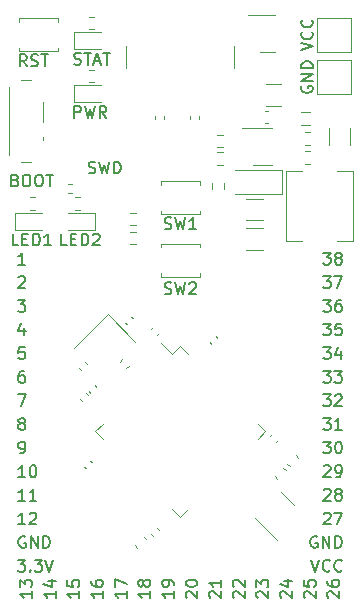
<source format=gbr>
%TF.GenerationSoftware,KiCad,Pcbnew,7.0.2*%
%TF.CreationDate,2023-06-14T20:26:51+10:00*%
%TF.ProjectId,STM32_Simple_Rev1.0,53544d33-325f-4536-996d-706c655f5265,rev?*%
%TF.SameCoordinates,Original*%
%TF.FileFunction,Legend,Top*%
%TF.FilePolarity,Positive*%
%FSLAX46Y46*%
G04 Gerber Fmt 4.6, Leading zero omitted, Abs format (unit mm)*
G04 Created by KiCad (PCBNEW 7.0.2) date 2023-06-14 20:26:51*
%MOMM*%
%LPD*%
G01*
G04 APERTURE LIST*
%ADD10C,0.200000*%
%ADD11C,0.160000*%
%ADD12C,0.120000*%
G04 APERTURE END LIST*
D10*
X186042857Y-81323809D02*
X186185714Y-81371428D01*
X186185714Y-81371428D02*
X186233333Y-81419047D01*
X186233333Y-81419047D02*
X186280952Y-81514285D01*
X186280952Y-81514285D02*
X186280952Y-81657142D01*
X186280952Y-81657142D02*
X186233333Y-81752380D01*
X186233333Y-81752380D02*
X186185714Y-81800000D01*
X186185714Y-81800000D02*
X186090476Y-81847619D01*
X186090476Y-81847619D02*
X185709524Y-81847619D01*
X185709524Y-81847619D02*
X185709524Y-80847619D01*
X185709524Y-80847619D02*
X186042857Y-80847619D01*
X186042857Y-80847619D02*
X186138095Y-80895238D01*
X186138095Y-80895238D02*
X186185714Y-80942857D01*
X186185714Y-80942857D02*
X186233333Y-81038095D01*
X186233333Y-81038095D02*
X186233333Y-81133333D01*
X186233333Y-81133333D02*
X186185714Y-81228571D01*
X186185714Y-81228571D02*
X186138095Y-81276190D01*
X186138095Y-81276190D02*
X186042857Y-81323809D01*
X186042857Y-81323809D02*
X185709524Y-81323809D01*
X186900000Y-80847619D02*
X187090476Y-80847619D01*
X187090476Y-80847619D02*
X187185714Y-80895238D01*
X187185714Y-80895238D02*
X187280952Y-80990476D01*
X187280952Y-80990476D02*
X187328571Y-81180952D01*
X187328571Y-81180952D02*
X187328571Y-81514285D01*
X187328571Y-81514285D02*
X187280952Y-81704761D01*
X187280952Y-81704761D02*
X187185714Y-81800000D01*
X187185714Y-81800000D02*
X187090476Y-81847619D01*
X187090476Y-81847619D02*
X186900000Y-81847619D01*
X186900000Y-81847619D02*
X186804762Y-81800000D01*
X186804762Y-81800000D02*
X186709524Y-81704761D01*
X186709524Y-81704761D02*
X186661905Y-81514285D01*
X186661905Y-81514285D02*
X186661905Y-81180952D01*
X186661905Y-81180952D02*
X186709524Y-80990476D01*
X186709524Y-80990476D02*
X186804762Y-80895238D01*
X186804762Y-80895238D02*
X186900000Y-80847619D01*
X187947619Y-80847619D02*
X188138095Y-80847619D01*
X188138095Y-80847619D02*
X188233333Y-80895238D01*
X188233333Y-80895238D02*
X188328571Y-80990476D01*
X188328571Y-80990476D02*
X188376190Y-81180952D01*
X188376190Y-81180952D02*
X188376190Y-81514285D01*
X188376190Y-81514285D02*
X188328571Y-81704761D01*
X188328571Y-81704761D02*
X188233333Y-81800000D01*
X188233333Y-81800000D02*
X188138095Y-81847619D01*
X188138095Y-81847619D02*
X187947619Y-81847619D01*
X187947619Y-81847619D02*
X187852381Y-81800000D01*
X187852381Y-81800000D02*
X187757143Y-81704761D01*
X187757143Y-81704761D02*
X187709524Y-81514285D01*
X187709524Y-81514285D02*
X187709524Y-81180952D01*
X187709524Y-81180952D02*
X187757143Y-80990476D01*
X187757143Y-80990476D02*
X187852381Y-80895238D01*
X187852381Y-80895238D02*
X187947619Y-80847619D01*
X188661905Y-80847619D02*
X189233333Y-80847619D01*
X188947619Y-81847619D02*
X188947619Y-80847619D01*
D11*
X186266667Y-91462619D02*
X186885714Y-91462619D01*
X186885714Y-91462619D02*
X186552381Y-91843571D01*
X186552381Y-91843571D02*
X186695238Y-91843571D01*
X186695238Y-91843571D02*
X186790476Y-91891190D01*
X186790476Y-91891190D02*
X186838095Y-91938809D01*
X186838095Y-91938809D02*
X186885714Y-92034047D01*
X186885714Y-92034047D02*
X186885714Y-92272142D01*
X186885714Y-92272142D02*
X186838095Y-92367380D01*
X186838095Y-92367380D02*
X186790476Y-92415000D01*
X186790476Y-92415000D02*
X186695238Y-92462619D01*
X186695238Y-92462619D02*
X186409524Y-92462619D01*
X186409524Y-92462619D02*
X186314286Y-92415000D01*
X186314286Y-92415000D02*
X186266667Y-92367380D01*
D10*
X210247619Y-70333332D02*
X211247619Y-69999999D01*
X211247619Y-69999999D02*
X210247619Y-69666666D01*
X211152380Y-68761904D02*
X211200000Y-68809523D01*
X211200000Y-68809523D02*
X211247619Y-68952380D01*
X211247619Y-68952380D02*
X211247619Y-69047618D01*
X211247619Y-69047618D02*
X211200000Y-69190475D01*
X211200000Y-69190475D02*
X211104761Y-69285713D01*
X211104761Y-69285713D02*
X211009523Y-69333332D01*
X211009523Y-69333332D02*
X210819047Y-69380951D01*
X210819047Y-69380951D02*
X210676190Y-69380951D01*
X210676190Y-69380951D02*
X210485714Y-69333332D01*
X210485714Y-69333332D02*
X210390476Y-69285713D01*
X210390476Y-69285713D02*
X210295238Y-69190475D01*
X210295238Y-69190475D02*
X210247619Y-69047618D01*
X210247619Y-69047618D02*
X210247619Y-68952380D01*
X210247619Y-68952380D02*
X210295238Y-68809523D01*
X210295238Y-68809523D02*
X210342857Y-68761904D01*
X211152380Y-67761904D02*
X211200000Y-67809523D01*
X211200000Y-67809523D02*
X211247619Y-67952380D01*
X211247619Y-67952380D02*
X211247619Y-68047618D01*
X211247619Y-68047618D02*
X211200000Y-68190475D01*
X211200000Y-68190475D02*
X211104761Y-68285713D01*
X211104761Y-68285713D02*
X211009523Y-68333332D01*
X211009523Y-68333332D02*
X210819047Y-68380951D01*
X210819047Y-68380951D02*
X210676190Y-68380951D01*
X210676190Y-68380951D02*
X210485714Y-68333332D01*
X210485714Y-68333332D02*
X210390476Y-68285713D01*
X210390476Y-68285713D02*
X210295238Y-68190475D01*
X210295238Y-68190475D02*
X210247619Y-68047618D01*
X210247619Y-68047618D02*
X210247619Y-67952380D01*
X210247619Y-67952380D02*
X210295238Y-67809523D01*
X210295238Y-67809523D02*
X210342857Y-67761904D01*
D11*
X193462619Y-116114285D02*
X193462619Y-116685713D01*
X193462619Y-116399999D02*
X192462619Y-116399999D01*
X192462619Y-116399999D02*
X192605476Y-116495237D01*
X192605476Y-116495237D02*
X192700714Y-116590475D01*
X192700714Y-116590475D02*
X192748333Y-116685713D01*
X192462619Y-115257142D02*
X192462619Y-115447618D01*
X192462619Y-115447618D02*
X192510238Y-115542856D01*
X192510238Y-115542856D02*
X192557857Y-115590475D01*
X192557857Y-115590475D02*
X192700714Y-115685713D01*
X192700714Y-115685713D02*
X192891190Y-115733332D01*
X192891190Y-115733332D02*
X193272142Y-115733332D01*
X193272142Y-115733332D02*
X193367380Y-115685713D01*
X193367380Y-115685713D02*
X193415000Y-115638094D01*
X193415000Y-115638094D02*
X193462619Y-115542856D01*
X193462619Y-115542856D02*
X193462619Y-115352380D01*
X193462619Y-115352380D02*
X193415000Y-115257142D01*
X193415000Y-115257142D02*
X193367380Y-115209523D01*
X193367380Y-115209523D02*
X193272142Y-115161904D01*
X193272142Y-115161904D02*
X193034047Y-115161904D01*
X193034047Y-115161904D02*
X192938809Y-115209523D01*
X192938809Y-115209523D02*
X192891190Y-115257142D01*
X192891190Y-115257142D02*
X192843571Y-115352380D01*
X192843571Y-115352380D02*
X192843571Y-115542856D01*
X192843571Y-115542856D02*
X192891190Y-115638094D01*
X192891190Y-115638094D02*
X192938809Y-115685713D01*
X192938809Y-115685713D02*
X193034047Y-115733332D01*
X186885714Y-106462619D02*
X186314286Y-106462619D01*
X186600000Y-106462619D02*
X186600000Y-105462619D01*
X186600000Y-105462619D02*
X186504762Y-105605476D01*
X186504762Y-105605476D02*
X186409524Y-105700714D01*
X186409524Y-105700714D02*
X186314286Y-105748333D01*
X187504762Y-105462619D02*
X187600000Y-105462619D01*
X187600000Y-105462619D02*
X187695238Y-105510238D01*
X187695238Y-105510238D02*
X187742857Y-105557857D01*
X187742857Y-105557857D02*
X187790476Y-105653095D01*
X187790476Y-105653095D02*
X187838095Y-105843571D01*
X187838095Y-105843571D02*
X187838095Y-106081666D01*
X187838095Y-106081666D02*
X187790476Y-106272142D01*
X187790476Y-106272142D02*
X187742857Y-106367380D01*
X187742857Y-106367380D02*
X187695238Y-106415000D01*
X187695238Y-106415000D02*
X187600000Y-106462619D01*
X187600000Y-106462619D02*
X187504762Y-106462619D01*
X187504762Y-106462619D02*
X187409524Y-106415000D01*
X187409524Y-106415000D02*
X187361905Y-106367380D01*
X187361905Y-106367380D02*
X187314286Y-106272142D01*
X187314286Y-106272142D02*
X187266667Y-106081666D01*
X187266667Y-106081666D02*
X187266667Y-105843571D01*
X187266667Y-105843571D02*
X187314286Y-105653095D01*
X187314286Y-105653095D02*
X187361905Y-105557857D01*
X187361905Y-105557857D02*
X187409524Y-105510238D01*
X187409524Y-105510238D02*
X187504762Y-105462619D01*
X198690476Y-90930000D02*
X198833333Y-90977619D01*
X198833333Y-90977619D02*
X199071428Y-90977619D01*
X199071428Y-90977619D02*
X199166666Y-90930000D01*
X199166666Y-90930000D02*
X199214285Y-90882380D01*
X199214285Y-90882380D02*
X199261904Y-90787142D01*
X199261904Y-90787142D02*
X199261904Y-90691904D01*
X199261904Y-90691904D02*
X199214285Y-90596666D01*
X199214285Y-90596666D02*
X199166666Y-90549047D01*
X199166666Y-90549047D02*
X199071428Y-90501428D01*
X199071428Y-90501428D02*
X198880952Y-90453809D01*
X198880952Y-90453809D02*
X198785714Y-90406190D01*
X198785714Y-90406190D02*
X198738095Y-90358571D01*
X198738095Y-90358571D02*
X198690476Y-90263333D01*
X198690476Y-90263333D02*
X198690476Y-90168095D01*
X198690476Y-90168095D02*
X198738095Y-90072857D01*
X198738095Y-90072857D02*
X198785714Y-90025238D01*
X198785714Y-90025238D02*
X198880952Y-89977619D01*
X198880952Y-89977619D02*
X199119047Y-89977619D01*
X199119047Y-89977619D02*
X199261904Y-90025238D01*
X199595238Y-89977619D02*
X199833333Y-90977619D01*
X199833333Y-90977619D02*
X200023809Y-90263333D01*
X200023809Y-90263333D02*
X200214285Y-90977619D01*
X200214285Y-90977619D02*
X200452381Y-89977619D01*
X200785714Y-90072857D02*
X200833333Y-90025238D01*
X200833333Y-90025238D02*
X200928571Y-89977619D01*
X200928571Y-89977619D02*
X201166666Y-89977619D01*
X201166666Y-89977619D02*
X201261904Y-90025238D01*
X201261904Y-90025238D02*
X201309523Y-90072857D01*
X201309523Y-90072857D02*
X201357142Y-90168095D01*
X201357142Y-90168095D02*
X201357142Y-90263333D01*
X201357142Y-90263333D02*
X201309523Y-90406190D01*
X201309523Y-90406190D02*
X200738095Y-90977619D01*
X200738095Y-90977619D02*
X201357142Y-90977619D01*
X186885714Y-111510238D02*
X186790476Y-111462619D01*
X186790476Y-111462619D02*
X186647619Y-111462619D01*
X186647619Y-111462619D02*
X186504762Y-111510238D01*
X186504762Y-111510238D02*
X186409524Y-111605476D01*
X186409524Y-111605476D02*
X186361905Y-111700714D01*
X186361905Y-111700714D02*
X186314286Y-111891190D01*
X186314286Y-111891190D02*
X186314286Y-112034047D01*
X186314286Y-112034047D02*
X186361905Y-112224523D01*
X186361905Y-112224523D02*
X186409524Y-112319761D01*
X186409524Y-112319761D02*
X186504762Y-112415000D01*
X186504762Y-112415000D02*
X186647619Y-112462619D01*
X186647619Y-112462619D02*
X186742857Y-112462619D01*
X186742857Y-112462619D02*
X186885714Y-112415000D01*
X186885714Y-112415000D02*
X186933333Y-112367380D01*
X186933333Y-112367380D02*
X186933333Y-112034047D01*
X186933333Y-112034047D02*
X186742857Y-112034047D01*
X187361905Y-112462619D02*
X187361905Y-111462619D01*
X187361905Y-111462619D02*
X187933333Y-112462619D01*
X187933333Y-112462619D02*
X187933333Y-111462619D01*
X188409524Y-112462619D02*
X188409524Y-111462619D01*
X188409524Y-111462619D02*
X188647619Y-111462619D01*
X188647619Y-111462619D02*
X188790476Y-111510238D01*
X188790476Y-111510238D02*
X188885714Y-111605476D01*
X188885714Y-111605476D02*
X188933333Y-111700714D01*
X188933333Y-111700714D02*
X188980952Y-111891190D01*
X188980952Y-111891190D02*
X188980952Y-112034047D01*
X188980952Y-112034047D02*
X188933333Y-112224523D01*
X188933333Y-112224523D02*
X188885714Y-112319761D01*
X188885714Y-112319761D02*
X188790476Y-112415000D01*
X188790476Y-112415000D02*
X188647619Y-112462619D01*
X188647619Y-112462619D02*
X188409524Y-112462619D01*
X198690476Y-85430000D02*
X198833333Y-85477619D01*
X198833333Y-85477619D02*
X199071428Y-85477619D01*
X199071428Y-85477619D02*
X199166666Y-85430000D01*
X199166666Y-85430000D02*
X199214285Y-85382380D01*
X199214285Y-85382380D02*
X199261904Y-85287142D01*
X199261904Y-85287142D02*
X199261904Y-85191904D01*
X199261904Y-85191904D02*
X199214285Y-85096666D01*
X199214285Y-85096666D02*
X199166666Y-85049047D01*
X199166666Y-85049047D02*
X199071428Y-85001428D01*
X199071428Y-85001428D02*
X198880952Y-84953809D01*
X198880952Y-84953809D02*
X198785714Y-84906190D01*
X198785714Y-84906190D02*
X198738095Y-84858571D01*
X198738095Y-84858571D02*
X198690476Y-84763333D01*
X198690476Y-84763333D02*
X198690476Y-84668095D01*
X198690476Y-84668095D02*
X198738095Y-84572857D01*
X198738095Y-84572857D02*
X198785714Y-84525238D01*
X198785714Y-84525238D02*
X198880952Y-84477619D01*
X198880952Y-84477619D02*
X199119047Y-84477619D01*
X199119047Y-84477619D02*
X199261904Y-84525238D01*
X199595238Y-84477619D02*
X199833333Y-85477619D01*
X199833333Y-85477619D02*
X200023809Y-84763333D01*
X200023809Y-84763333D02*
X200214285Y-85477619D01*
X200214285Y-85477619D02*
X200452381Y-84477619D01*
X201357142Y-85477619D02*
X200785714Y-85477619D01*
X201071428Y-85477619D02*
X201071428Y-84477619D01*
X201071428Y-84477619D02*
X200976190Y-84620476D01*
X200976190Y-84620476D02*
X200880952Y-84715714D01*
X200880952Y-84715714D02*
X200785714Y-84763333D01*
X212114285Y-89462619D02*
X212733332Y-89462619D01*
X212733332Y-89462619D02*
X212399999Y-89843571D01*
X212399999Y-89843571D02*
X212542856Y-89843571D01*
X212542856Y-89843571D02*
X212638094Y-89891190D01*
X212638094Y-89891190D02*
X212685713Y-89938809D01*
X212685713Y-89938809D02*
X212733332Y-90034047D01*
X212733332Y-90034047D02*
X212733332Y-90272142D01*
X212733332Y-90272142D02*
X212685713Y-90367380D01*
X212685713Y-90367380D02*
X212638094Y-90415000D01*
X212638094Y-90415000D02*
X212542856Y-90462619D01*
X212542856Y-90462619D02*
X212257142Y-90462619D01*
X212257142Y-90462619D02*
X212161904Y-90415000D01*
X212161904Y-90415000D02*
X212114285Y-90367380D01*
X213066666Y-89462619D02*
X213733332Y-89462619D01*
X213733332Y-89462619D02*
X213304761Y-90462619D01*
X212557857Y-116685713D02*
X212510238Y-116638094D01*
X212510238Y-116638094D02*
X212462619Y-116542856D01*
X212462619Y-116542856D02*
X212462619Y-116304761D01*
X212462619Y-116304761D02*
X212510238Y-116209523D01*
X212510238Y-116209523D02*
X212557857Y-116161904D01*
X212557857Y-116161904D02*
X212653095Y-116114285D01*
X212653095Y-116114285D02*
X212748333Y-116114285D01*
X212748333Y-116114285D02*
X212891190Y-116161904D01*
X212891190Y-116161904D02*
X213462619Y-116733332D01*
X213462619Y-116733332D02*
X213462619Y-116114285D01*
X212462619Y-115257142D02*
X212462619Y-115447618D01*
X212462619Y-115447618D02*
X212510238Y-115542856D01*
X212510238Y-115542856D02*
X212557857Y-115590475D01*
X212557857Y-115590475D02*
X212700714Y-115685713D01*
X212700714Y-115685713D02*
X212891190Y-115733332D01*
X212891190Y-115733332D02*
X213272142Y-115733332D01*
X213272142Y-115733332D02*
X213367380Y-115685713D01*
X213367380Y-115685713D02*
X213415000Y-115638094D01*
X213415000Y-115638094D02*
X213462619Y-115542856D01*
X213462619Y-115542856D02*
X213462619Y-115352380D01*
X213462619Y-115352380D02*
X213415000Y-115257142D01*
X213415000Y-115257142D02*
X213367380Y-115209523D01*
X213367380Y-115209523D02*
X213272142Y-115161904D01*
X213272142Y-115161904D02*
X213034047Y-115161904D01*
X213034047Y-115161904D02*
X212938809Y-115209523D01*
X212938809Y-115209523D02*
X212891190Y-115257142D01*
X212891190Y-115257142D02*
X212843571Y-115352380D01*
X212843571Y-115352380D02*
X212843571Y-115542856D01*
X212843571Y-115542856D02*
X212891190Y-115638094D01*
X212891190Y-115638094D02*
X212938809Y-115685713D01*
X212938809Y-115685713D02*
X213034047Y-115733332D01*
X204557857Y-116685713D02*
X204510238Y-116638094D01*
X204510238Y-116638094D02*
X204462619Y-116542856D01*
X204462619Y-116542856D02*
X204462619Y-116304761D01*
X204462619Y-116304761D02*
X204510238Y-116209523D01*
X204510238Y-116209523D02*
X204557857Y-116161904D01*
X204557857Y-116161904D02*
X204653095Y-116114285D01*
X204653095Y-116114285D02*
X204748333Y-116114285D01*
X204748333Y-116114285D02*
X204891190Y-116161904D01*
X204891190Y-116161904D02*
X205462619Y-116733332D01*
X205462619Y-116733332D02*
X205462619Y-116114285D01*
X204557857Y-115733332D02*
X204510238Y-115685713D01*
X204510238Y-115685713D02*
X204462619Y-115590475D01*
X204462619Y-115590475D02*
X204462619Y-115352380D01*
X204462619Y-115352380D02*
X204510238Y-115257142D01*
X204510238Y-115257142D02*
X204557857Y-115209523D01*
X204557857Y-115209523D02*
X204653095Y-115161904D01*
X204653095Y-115161904D02*
X204748333Y-115161904D01*
X204748333Y-115161904D02*
X204891190Y-115209523D01*
X204891190Y-115209523D02*
X205462619Y-115780951D01*
X205462619Y-115780951D02*
X205462619Y-115161904D01*
X186885714Y-88462619D02*
X186314286Y-88462619D01*
X186600000Y-88462619D02*
X186600000Y-87462619D01*
X186600000Y-87462619D02*
X186504762Y-87605476D01*
X186504762Y-87605476D02*
X186409524Y-87700714D01*
X186409524Y-87700714D02*
X186314286Y-87748333D01*
D10*
X187009523Y-71677619D02*
X186676190Y-71201428D01*
X186438095Y-71677619D02*
X186438095Y-70677619D01*
X186438095Y-70677619D02*
X186819047Y-70677619D01*
X186819047Y-70677619D02*
X186914285Y-70725238D01*
X186914285Y-70725238D02*
X186961904Y-70772857D01*
X186961904Y-70772857D02*
X187009523Y-70868095D01*
X187009523Y-70868095D02*
X187009523Y-71010952D01*
X187009523Y-71010952D02*
X186961904Y-71106190D01*
X186961904Y-71106190D02*
X186914285Y-71153809D01*
X186914285Y-71153809D02*
X186819047Y-71201428D01*
X186819047Y-71201428D02*
X186438095Y-71201428D01*
X187390476Y-71630000D02*
X187533333Y-71677619D01*
X187533333Y-71677619D02*
X187771428Y-71677619D01*
X187771428Y-71677619D02*
X187866666Y-71630000D01*
X187866666Y-71630000D02*
X187914285Y-71582380D01*
X187914285Y-71582380D02*
X187961904Y-71487142D01*
X187961904Y-71487142D02*
X187961904Y-71391904D01*
X187961904Y-71391904D02*
X187914285Y-71296666D01*
X187914285Y-71296666D02*
X187866666Y-71249047D01*
X187866666Y-71249047D02*
X187771428Y-71201428D01*
X187771428Y-71201428D02*
X187580952Y-71153809D01*
X187580952Y-71153809D02*
X187485714Y-71106190D01*
X187485714Y-71106190D02*
X187438095Y-71058571D01*
X187438095Y-71058571D02*
X187390476Y-70963333D01*
X187390476Y-70963333D02*
X187390476Y-70868095D01*
X187390476Y-70868095D02*
X187438095Y-70772857D01*
X187438095Y-70772857D02*
X187485714Y-70725238D01*
X187485714Y-70725238D02*
X187580952Y-70677619D01*
X187580952Y-70677619D02*
X187819047Y-70677619D01*
X187819047Y-70677619D02*
X187961904Y-70725238D01*
X188247619Y-70677619D02*
X188819047Y-70677619D01*
X188533333Y-71677619D02*
X188533333Y-70677619D01*
D11*
X208557857Y-116685713D02*
X208510238Y-116638094D01*
X208510238Y-116638094D02*
X208462619Y-116542856D01*
X208462619Y-116542856D02*
X208462619Y-116304761D01*
X208462619Y-116304761D02*
X208510238Y-116209523D01*
X208510238Y-116209523D02*
X208557857Y-116161904D01*
X208557857Y-116161904D02*
X208653095Y-116114285D01*
X208653095Y-116114285D02*
X208748333Y-116114285D01*
X208748333Y-116114285D02*
X208891190Y-116161904D01*
X208891190Y-116161904D02*
X209462619Y-116733332D01*
X209462619Y-116733332D02*
X209462619Y-116114285D01*
X208795952Y-115257142D02*
X209462619Y-115257142D01*
X208415000Y-115495237D02*
X209129285Y-115733332D01*
X209129285Y-115733332D02*
X209129285Y-115114285D01*
X211114285Y-113462619D02*
X211447618Y-114462619D01*
X211447618Y-114462619D02*
X211780951Y-113462619D01*
X212685713Y-114367380D02*
X212638094Y-114415000D01*
X212638094Y-114415000D02*
X212495237Y-114462619D01*
X212495237Y-114462619D02*
X212399999Y-114462619D01*
X212399999Y-114462619D02*
X212257142Y-114415000D01*
X212257142Y-114415000D02*
X212161904Y-114319761D01*
X212161904Y-114319761D02*
X212114285Y-114224523D01*
X212114285Y-114224523D02*
X212066666Y-114034047D01*
X212066666Y-114034047D02*
X212066666Y-113891190D01*
X212066666Y-113891190D02*
X212114285Y-113700714D01*
X212114285Y-113700714D02*
X212161904Y-113605476D01*
X212161904Y-113605476D02*
X212257142Y-113510238D01*
X212257142Y-113510238D02*
X212399999Y-113462619D01*
X212399999Y-113462619D02*
X212495237Y-113462619D01*
X212495237Y-113462619D02*
X212638094Y-113510238D01*
X212638094Y-113510238D02*
X212685713Y-113557857D01*
X213685713Y-114367380D02*
X213638094Y-114415000D01*
X213638094Y-114415000D02*
X213495237Y-114462619D01*
X213495237Y-114462619D02*
X213399999Y-114462619D01*
X213399999Y-114462619D02*
X213257142Y-114415000D01*
X213257142Y-114415000D02*
X213161904Y-114319761D01*
X213161904Y-114319761D02*
X213114285Y-114224523D01*
X213114285Y-114224523D02*
X213066666Y-114034047D01*
X213066666Y-114034047D02*
X213066666Y-113891190D01*
X213066666Y-113891190D02*
X213114285Y-113700714D01*
X213114285Y-113700714D02*
X213161904Y-113605476D01*
X213161904Y-113605476D02*
X213257142Y-113510238D01*
X213257142Y-113510238D02*
X213399999Y-113462619D01*
X213399999Y-113462619D02*
X213495237Y-113462619D01*
X213495237Y-113462619D02*
X213638094Y-113510238D01*
X213638094Y-113510238D02*
X213685713Y-113557857D01*
X187462619Y-116114285D02*
X187462619Y-116685713D01*
X187462619Y-116399999D02*
X186462619Y-116399999D01*
X186462619Y-116399999D02*
X186605476Y-116495237D01*
X186605476Y-116495237D02*
X186700714Y-116590475D01*
X186700714Y-116590475D02*
X186748333Y-116685713D01*
X186462619Y-115780951D02*
X186462619Y-115161904D01*
X186462619Y-115161904D02*
X186843571Y-115495237D01*
X186843571Y-115495237D02*
X186843571Y-115352380D01*
X186843571Y-115352380D02*
X186891190Y-115257142D01*
X186891190Y-115257142D02*
X186938809Y-115209523D01*
X186938809Y-115209523D02*
X187034047Y-115161904D01*
X187034047Y-115161904D02*
X187272142Y-115161904D01*
X187272142Y-115161904D02*
X187367380Y-115209523D01*
X187367380Y-115209523D02*
X187415000Y-115257142D01*
X187415000Y-115257142D02*
X187462619Y-115352380D01*
X187462619Y-115352380D02*
X187462619Y-115638094D01*
X187462619Y-115638094D02*
X187415000Y-115733332D01*
X187415000Y-115733332D02*
X187367380Y-115780951D01*
D10*
X210295238Y-73361904D02*
X210247619Y-73457142D01*
X210247619Y-73457142D02*
X210247619Y-73599999D01*
X210247619Y-73599999D02*
X210295238Y-73742856D01*
X210295238Y-73742856D02*
X210390476Y-73838094D01*
X210390476Y-73838094D02*
X210485714Y-73885713D01*
X210485714Y-73885713D02*
X210676190Y-73933332D01*
X210676190Y-73933332D02*
X210819047Y-73933332D01*
X210819047Y-73933332D02*
X211009523Y-73885713D01*
X211009523Y-73885713D02*
X211104761Y-73838094D01*
X211104761Y-73838094D02*
X211200000Y-73742856D01*
X211200000Y-73742856D02*
X211247619Y-73599999D01*
X211247619Y-73599999D02*
X211247619Y-73504761D01*
X211247619Y-73504761D02*
X211200000Y-73361904D01*
X211200000Y-73361904D02*
X211152380Y-73314285D01*
X211152380Y-73314285D02*
X210819047Y-73314285D01*
X210819047Y-73314285D02*
X210819047Y-73504761D01*
X211247619Y-72885713D02*
X210247619Y-72885713D01*
X210247619Y-72885713D02*
X211247619Y-72314285D01*
X211247619Y-72314285D02*
X210247619Y-72314285D01*
X211247619Y-71838094D02*
X210247619Y-71838094D01*
X210247619Y-71838094D02*
X210247619Y-71599999D01*
X210247619Y-71599999D02*
X210295238Y-71457142D01*
X210295238Y-71457142D02*
X210390476Y-71361904D01*
X210390476Y-71361904D02*
X210485714Y-71314285D01*
X210485714Y-71314285D02*
X210676190Y-71266666D01*
X210676190Y-71266666D02*
X210819047Y-71266666D01*
X210819047Y-71266666D02*
X211009523Y-71314285D01*
X211009523Y-71314285D02*
X211104761Y-71361904D01*
X211104761Y-71361904D02*
X211200000Y-71457142D01*
X211200000Y-71457142D02*
X211247619Y-71599999D01*
X211247619Y-71599999D02*
X211247619Y-71838094D01*
D11*
X211590475Y-111510238D02*
X211495237Y-111462619D01*
X211495237Y-111462619D02*
X211352380Y-111462619D01*
X211352380Y-111462619D02*
X211209523Y-111510238D01*
X211209523Y-111510238D02*
X211114285Y-111605476D01*
X211114285Y-111605476D02*
X211066666Y-111700714D01*
X211066666Y-111700714D02*
X211019047Y-111891190D01*
X211019047Y-111891190D02*
X211019047Y-112034047D01*
X211019047Y-112034047D02*
X211066666Y-112224523D01*
X211066666Y-112224523D02*
X211114285Y-112319761D01*
X211114285Y-112319761D02*
X211209523Y-112415000D01*
X211209523Y-112415000D02*
X211352380Y-112462619D01*
X211352380Y-112462619D02*
X211447618Y-112462619D01*
X211447618Y-112462619D02*
X211590475Y-112415000D01*
X211590475Y-112415000D02*
X211638094Y-112367380D01*
X211638094Y-112367380D02*
X211638094Y-112034047D01*
X211638094Y-112034047D02*
X211447618Y-112034047D01*
X212066666Y-112462619D02*
X212066666Y-111462619D01*
X212066666Y-111462619D02*
X212638094Y-112462619D01*
X212638094Y-112462619D02*
X212638094Y-111462619D01*
X213114285Y-112462619D02*
X213114285Y-111462619D01*
X213114285Y-111462619D02*
X213352380Y-111462619D01*
X213352380Y-111462619D02*
X213495237Y-111510238D01*
X213495237Y-111510238D02*
X213590475Y-111605476D01*
X213590475Y-111605476D02*
X213638094Y-111700714D01*
X213638094Y-111700714D02*
X213685713Y-111891190D01*
X213685713Y-111891190D02*
X213685713Y-112034047D01*
X213685713Y-112034047D02*
X213638094Y-112224523D01*
X213638094Y-112224523D02*
X213590475Y-112319761D01*
X213590475Y-112319761D02*
X213495237Y-112415000D01*
X213495237Y-112415000D02*
X213352380Y-112462619D01*
X213352380Y-112462619D02*
X213114285Y-112462619D01*
X212114285Y-99462619D02*
X212733332Y-99462619D01*
X212733332Y-99462619D02*
X212399999Y-99843571D01*
X212399999Y-99843571D02*
X212542856Y-99843571D01*
X212542856Y-99843571D02*
X212638094Y-99891190D01*
X212638094Y-99891190D02*
X212685713Y-99938809D01*
X212685713Y-99938809D02*
X212733332Y-100034047D01*
X212733332Y-100034047D02*
X212733332Y-100272142D01*
X212733332Y-100272142D02*
X212685713Y-100367380D01*
X212685713Y-100367380D02*
X212638094Y-100415000D01*
X212638094Y-100415000D02*
X212542856Y-100462619D01*
X212542856Y-100462619D02*
X212257142Y-100462619D01*
X212257142Y-100462619D02*
X212161904Y-100415000D01*
X212161904Y-100415000D02*
X212114285Y-100367380D01*
X213114285Y-99557857D02*
X213161904Y-99510238D01*
X213161904Y-99510238D02*
X213257142Y-99462619D01*
X213257142Y-99462619D02*
X213495237Y-99462619D01*
X213495237Y-99462619D02*
X213590475Y-99510238D01*
X213590475Y-99510238D02*
X213638094Y-99557857D01*
X213638094Y-99557857D02*
X213685713Y-99653095D01*
X213685713Y-99653095D02*
X213685713Y-99748333D01*
X213685713Y-99748333D02*
X213638094Y-99891190D01*
X213638094Y-99891190D02*
X213066666Y-100462619D01*
X213066666Y-100462619D02*
X213685713Y-100462619D01*
X186885714Y-110462619D02*
X186314286Y-110462619D01*
X186600000Y-110462619D02*
X186600000Y-109462619D01*
X186600000Y-109462619D02*
X186504762Y-109605476D01*
X186504762Y-109605476D02*
X186409524Y-109700714D01*
X186409524Y-109700714D02*
X186314286Y-109748333D01*
X187266667Y-109557857D02*
X187314286Y-109510238D01*
X187314286Y-109510238D02*
X187409524Y-109462619D01*
X187409524Y-109462619D02*
X187647619Y-109462619D01*
X187647619Y-109462619D02*
X187742857Y-109510238D01*
X187742857Y-109510238D02*
X187790476Y-109557857D01*
X187790476Y-109557857D02*
X187838095Y-109653095D01*
X187838095Y-109653095D02*
X187838095Y-109748333D01*
X187838095Y-109748333D02*
X187790476Y-109891190D01*
X187790476Y-109891190D02*
X187219048Y-110462619D01*
X187219048Y-110462619D02*
X187838095Y-110462619D01*
X186409524Y-104462619D02*
X186600000Y-104462619D01*
X186600000Y-104462619D02*
X186695238Y-104415000D01*
X186695238Y-104415000D02*
X186742857Y-104367380D01*
X186742857Y-104367380D02*
X186838095Y-104224523D01*
X186838095Y-104224523D02*
X186885714Y-104034047D01*
X186885714Y-104034047D02*
X186885714Y-103653095D01*
X186885714Y-103653095D02*
X186838095Y-103557857D01*
X186838095Y-103557857D02*
X186790476Y-103510238D01*
X186790476Y-103510238D02*
X186695238Y-103462619D01*
X186695238Y-103462619D02*
X186504762Y-103462619D01*
X186504762Y-103462619D02*
X186409524Y-103510238D01*
X186409524Y-103510238D02*
X186361905Y-103557857D01*
X186361905Y-103557857D02*
X186314286Y-103653095D01*
X186314286Y-103653095D02*
X186314286Y-103891190D01*
X186314286Y-103891190D02*
X186361905Y-103986428D01*
X186361905Y-103986428D02*
X186409524Y-104034047D01*
X186409524Y-104034047D02*
X186504762Y-104081666D01*
X186504762Y-104081666D02*
X186695238Y-104081666D01*
X186695238Y-104081666D02*
X186790476Y-104034047D01*
X186790476Y-104034047D02*
X186838095Y-103986428D01*
X186838095Y-103986428D02*
X186885714Y-103891190D01*
X212114285Y-95462619D02*
X212733332Y-95462619D01*
X212733332Y-95462619D02*
X212399999Y-95843571D01*
X212399999Y-95843571D02*
X212542856Y-95843571D01*
X212542856Y-95843571D02*
X212638094Y-95891190D01*
X212638094Y-95891190D02*
X212685713Y-95938809D01*
X212685713Y-95938809D02*
X212733332Y-96034047D01*
X212733332Y-96034047D02*
X212733332Y-96272142D01*
X212733332Y-96272142D02*
X212685713Y-96367380D01*
X212685713Y-96367380D02*
X212638094Y-96415000D01*
X212638094Y-96415000D02*
X212542856Y-96462619D01*
X212542856Y-96462619D02*
X212257142Y-96462619D01*
X212257142Y-96462619D02*
X212161904Y-96415000D01*
X212161904Y-96415000D02*
X212114285Y-96367380D01*
X213590475Y-95795952D02*
X213590475Y-96462619D01*
X213352380Y-95415000D02*
X213114285Y-96129285D01*
X213114285Y-96129285D02*
X213733332Y-96129285D01*
D10*
X192242857Y-80700000D02*
X192385714Y-80747619D01*
X192385714Y-80747619D02*
X192623809Y-80747619D01*
X192623809Y-80747619D02*
X192719047Y-80700000D01*
X192719047Y-80700000D02*
X192766666Y-80652380D01*
X192766666Y-80652380D02*
X192814285Y-80557142D01*
X192814285Y-80557142D02*
X192814285Y-80461904D01*
X192814285Y-80461904D02*
X192766666Y-80366666D01*
X192766666Y-80366666D02*
X192719047Y-80319047D01*
X192719047Y-80319047D02*
X192623809Y-80271428D01*
X192623809Y-80271428D02*
X192433333Y-80223809D01*
X192433333Y-80223809D02*
X192338095Y-80176190D01*
X192338095Y-80176190D02*
X192290476Y-80128571D01*
X192290476Y-80128571D02*
X192242857Y-80033333D01*
X192242857Y-80033333D02*
X192242857Y-79938095D01*
X192242857Y-79938095D02*
X192290476Y-79842857D01*
X192290476Y-79842857D02*
X192338095Y-79795238D01*
X192338095Y-79795238D02*
X192433333Y-79747619D01*
X192433333Y-79747619D02*
X192671428Y-79747619D01*
X192671428Y-79747619D02*
X192814285Y-79795238D01*
X193147619Y-79747619D02*
X193385714Y-80747619D01*
X193385714Y-80747619D02*
X193576190Y-80033333D01*
X193576190Y-80033333D02*
X193766666Y-80747619D01*
X193766666Y-80747619D02*
X194004762Y-79747619D01*
X194385714Y-80747619D02*
X194385714Y-79747619D01*
X194385714Y-79747619D02*
X194623809Y-79747619D01*
X194623809Y-79747619D02*
X194766666Y-79795238D01*
X194766666Y-79795238D02*
X194861904Y-79890476D01*
X194861904Y-79890476D02*
X194909523Y-79985714D01*
X194909523Y-79985714D02*
X194957142Y-80176190D01*
X194957142Y-80176190D02*
X194957142Y-80319047D01*
X194957142Y-80319047D02*
X194909523Y-80509523D01*
X194909523Y-80509523D02*
X194861904Y-80604761D01*
X194861904Y-80604761D02*
X194766666Y-80700000D01*
X194766666Y-80700000D02*
X194623809Y-80747619D01*
X194623809Y-80747619D02*
X194385714Y-80747619D01*
X190414285Y-86847619D02*
X189938095Y-86847619D01*
X189938095Y-86847619D02*
X189938095Y-85847619D01*
X190747619Y-86323809D02*
X191080952Y-86323809D01*
X191223809Y-86847619D02*
X190747619Y-86847619D01*
X190747619Y-86847619D02*
X190747619Y-85847619D01*
X190747619Y-85847619D02*
X191223809Y-85847619D01*
X191652381Y-86847619D02*
X191652381Y-85847619D01*
X191652381Y-85847619D02*
X191890476Y-85847619D01*
X191890476Y-85847619D02*
X192033333Y-85895238D01*
X192033333Y-85895238D02*
X192128571Y-85990476D01*
X192128571Y-85990476D02*
X192176190Y-86085714D01*
X192176190Y-86085714D02*
X192223809Y-86276190D01*
X192223809Y-86276190D02*
X192223809Y-86419047D01*
X192223809Y-86419047D02*
X192176190Y-86609523D01*
X192176190Y-86609523D02*
X192128571Y-86704761D01*
X192128571Y-86704761D02*
X192033333Y-86800000D01*
X192033333Y-86800000D02*
X191890476Y-86847619D01*
X191890476Y-86847619D02*
X191652381Y-86847619D01*
X192604762Y-85942857D02*
X192652381Y-85895238D01*
X192652381Y-85895238D02*
X192747619Y-85847619D01*
X192747619Y-85847619D02*
X192985714Y-85847619D01*
X192985714Y-85847619D02*
X193080952Y-85895238D01*
X193080952Y-85895238D02*
X193128571Y-85942857D01*
X193128571Y-85942857D02*
X193176190Y-86038095D01*
X193176190Y-86038095D02*
X193176190Y-86133333D01*
X193176190Y-86133333D02*
X193128571Y-86276190D01*
X193128571Y-86276190D02*
X192557143Y-86847619D01*
X192557143Y-86847619D02*
X193176190Y-86847619D01*
D11*
X191462619Y-116114285D02*
X191462619Y-116685713D01*
X191462619Y-116399999D02*
X190462619Y-116399999D01*
X190462619Y-116399999D02*
X190605476Y-116495237D01*
X190605476Y-116495237D02*
X190700714Y-116590475D01*
X190700714Y-116590475D02*
X190748333Y-116685713D01*
X190462619Y-115209523D02*
X190462619Y-115685713D01*
X190462619Y-115685713D02*
X190938809Y-115733332D01*
X190938809Y-115733332D02*
X190891190Y-115685713D01*
X190891190Y-115685713D02*
X190843571Y-115590475D01*
X190843571Y-115590475D02*
X190843571Y-115352380D01*
X190843571Y-115352380D02*
X190891190Y-115257142D01*
X190891190Y-115257142D02*
X190938809Y-115209523D01*
X190938809Y-115209523D02*
X191034047Y-115161904D01*
X191034047Y-115161904D02*
X191272142Y-115161904D01*
X191272142Y-115161904D02*
X191367380Y-115209523D01*
X191367380Y-115209523D02*
X191415000Y-115257142D01*
X191415000Y-115257142D02*
X191462619Y-115352380D01*
X191462619Y-115352380D02*
X191462619Y-115590475D01*
X191462619Y-115590475D02*
X191415000Y-115685713D01*
X191415000Y-115685713D02*
X191367380Y-115733332D01*
X186790476Y-97462619D02*
X186600000Y-97462619D01*
X186600000Y-97462619D02*
X186504762Y-97510238D01*
X186504762Y-97510238D02*
X186457143Y-97557857D01*
X186457143Y-97557857D02*
X186361905Y-97700714D01*
X186361905Y-97700714D02*
X186314286Y-97891190D01*
X186314286Y-97891190D02*
X186314286Y-98272142D01*
X186314286Y-98272142D02*
X186361905Y-98367380D01*
X186361905Y-98367380D02*
X186409524Y-98415000D01*
X186409524Y-98415000D02*
X186504762Y-98462619D01*
X186504762Y-98462619D02*
X186695238Y-98462619D01*
X186695238Y-98462619D02*
X186790476Y-98415000D01*
X186790476Y-98415000D02*
X186838095Y-98367380D01*
X186838095Y-98367380D02*
X186885714Y-98272142D01*
X186885714Y-98272142D02*
X186885714Y-98034047D01*
X186885714Y-98034047D02*
X186838095Y-97938809D01*
X186838095Y-97938809D02*
X186790476Y-97891190D01*
X186790476Y-97891190D02*
X186695238Y-97843571D01*
X186695238Y-97843571D02*
X186504762Y-97843571D01*
X186504762Y-97843571D02*
X186409524Y-97891190D01*
X186409524Y-97891190D02*
X186361905Y-97938809D01*
X186361905Y-97938809D02*
X186314286Y-98034047D01*
X186266667Y-113462619D02*
X186885714Y-113462619D01*
X186885714Y-113462619D02*
X186552381Y-113843571D01*
X186552381Y-113843571D02*
X186695238Y-113843571D01*
X186695238Y-113843571D02*
X186790476Y-113891190D01*
X186790476Y-113891190D02*
X186838095Y-113938809D01*
X186838095Y-113938809D02*
X186885714Y-114034047D01*
X186885714Y-114034047D02*
X186885714Y-114272142D01*
X186885714Y-114272142D02*
X186838095Y-114367380D01*
X186838095Y-114367380D02*
X186790476Y-114415000D01*
X186790476Y-114415000D02*
X186695238Y-114462619D01*
X186695238Y-114462619D02*
X186409524Y-114462619D01*
X186409524Y-114462619D02*
X186314286Y-114415000D01*
X186314286Y-114415000D02*
X186266667Y-114367380D01*
X187314286Y-114367380D02*
X187361905Y-114415000D01*
X187361905Y-114415000D02*
X187314286Y-114462619D01*
X187314286Y-114462619D02*
X187266667Y-114415000D01*
X187266667Y-114415000D02*
X187314286Y-114367380D01*
X187314286Y-114367380D02*
X187314286Y-114462619D01*
X187695238Y-113462619D02*
X188314285Y-113462619D01*
X188314285Y-113462619D02*
X187980952Y-113843571D01*
X187980952Y-113843571D02*
X188123809Y-113843571D01*
X188123809Y-113843571D02*
X188219047Y-113891190D01*
X188219047Y-113891190D02*
X188266666Y-113938809D01*
X188266666Y-113938809D02*
X188314285Y-114034047D01*
X188314285Y-114034047D02*
X188314285Y-114272142D01*
X188314285Y-114272142D02*
X188266666Y-114367380D01*
X188266666Y-114367380D02*
X188219047Y-114415000D01*
X188219047Y-114415000D02*
X188123809Y-114462619D01*
X188123809Y-114462619D02*
X187838095Y-114462619D01*
X187838095Y-114462619D02*
X187742857Y-114415000D01*
X187742857Y-114415000D02*
X187695238Y-114367380D01*
X188600000Y-113462619D02*
X188933333Y-114462619D01*
X188933333Y-114462619D02*
X189266666Y-113462619D01*
X206557857Y-116685713D02*
X206510238Y-116638094D01*
X206510238Y-116638094D02*
X206462619Y-116542856D01*
X206462619Y-116542856D02*
X206462619Y-116304761D01*
X206462619Y-116304761D02*
X206510238Y-116209523D01*
X206510238Y-116209523D02*
X206557857Y-116161904D01*
X206557857Y-116161904D02*
X206653095Y-116114285D01*
X206653095Y-116114285D02*
X206748333Y-116114285D01*
X206748333Y-116114285D02*
X206891190Y-116161904D01*
X206891190Y-116161904D02*
X207462619Y-116733332D01*
X207462619Y-116733332D02*
X207462619Y-116114285D01*
X206462619Y-115780951D02*
X206462619Y-115161904D01*
X206462619Y-115161904D02*
X206843571Y-115495237D01*
X206843571Y-115495237D02*
X206843571Y-115352380D01*
X206843571Y-115352380D02*
X206891190Y-115257142D01*
X206891190Y-115257142D02*
X206938809Y-115209523D01*
X206938809Y-115209523D02*
X207034047Y-115161904D01*
X207034047Y-115161904D02*
X207272142Y-115161904D01*
X207272142Y-115161904D02*
X207367380Y-115209523D01*
X207367380Y-115209523D02*
X207415000Y-115257142D01*
X207415000Y-115257142D02*
X207462619Y-115352380D01*
X207462619Y-115352380D02*
X207462619Y-115638094D01*
X207462619Y-115638094D02*
X207415000Y-115733332D01*
X207415000Y-115733332D02*
X207367380Y-115780951D01*
D10*
X191023809Y-71500000D02*
X191166666Y-71547619D01*
X191166666Y-71547619D02*
X191404761Y-71547619D01*
X191404761Y-71547619D02*
X191499999Y-71500000D01*
X191499999Y-71500000D02*
X191547618Y-71452380D01*
X191547618Y-71452380D02*
X191595237Y-71357142D01*
X191595237Y-71357142D02*
X191595237Y-71261904D01*
X191595237Y-71261904D02*
X191547618Y-71166666D01*
X191547618Y-71166666D02*
X191499999Y-71119047D01*
X191499999Y-71119047D02*
X191404761Y-71071428D01*
X191404761Y-71071428D02*
X191214285Y-71023809D01*
X191214285Y-71023809D02*
X191119047Y-70976190D01*
X191119047Y-70976190D02*
X191071428Y-70928571D01*
X191071428Y-70928571D02*
X191023809Y-70833333D01*
X191023809Y-70833333D02*
X191023809Y-70738095D01*
X191023809Y-70738095D02*
X191071428Y-70642857D01*
X191071428Y-70642857D02*
X191119047Y-70595238D01*
X191119047Y-70595238D02*
X191214285Y-70547619D01*
X191214285Y-70547619D02*
X191452380Y-70547619D01*
X191452380Y-70547619D02*
X191595237Y-70595238D01*
X191880952Y-70547619D02*
X192452380Y-70547619D01*
X192166666Y-71547619D02*
X192166666Y-70547619D01*
X192738095Y-71261904D02*
X193214285Y-71261904D01*
X192642857Y-71547619D02*
X192976190Y-70547619D01*
X192976190Y-70547619D02*
X193309523Y-71547619D01*
X193500000Y-70547619D02*
X194071428Y-70547619D01*
X193785714Y-71547619D02*
X193785714Y-70547619D01*
X191038095Y-76047619D02*
X191038095Y-75047619D01*
X191038095Y-75047619D02*
X191419047Y-75047619D01*
X191419047Y-75047619D02*
X191514285Y-75095238D01*
X191514285Y-75095238D02*
X191561904Y-75142857D01*
X191561904Y-75142857D02*
X191609523Y-75238095D01*
X191609523Y-75238095D02*
X191609523Y-75380952D01*
X191609523Y-75380952D02*
X191561904Y-75476190D01*
X191561904Y-75476190D02*
X191514285Y-75523809D01*
X191514285Y-75523809D02*
X191419047Y-75571428D01*
X191419047Y-75571428D02*
X191038095Y-75571428D01*
X191942857Y-75047619D02*
X192180952Y-76047619D01*
X192180952Y-76047619D02*
X192371428Y-75333333D01*
X192371428Y-75333333D02*
X192561904Y-76047619D01*
X192561904Y-76047619D02*
X192800000Y-75047619D01*
X193752380Y-76047619D02*
X193419047Y-75571428D01*
X193180952Y-76047619D02*
X193180952Y-75047619D01*
X193180952Y-75047619D02*
X193561904Y-75047619D01*
X193561904Y-75047619D02*
X193657142Y-75095238D01*
X193657142Y-75095238D02*
X193704761Y-75142857D01*
X193704761Y-75142857D02*
X193752380Y-75238095D01*
X193752380Y-75238095D02*
X193752380Y-75380952D01*
X193752380Y-75380952D02*
X193704761Y-75476190D01*
X193704761Y-75476190D02*
X193657142Y-75523809D01*
X193657142Y-75523809D02*
X193561904Y-75571428D01*
X193561904Y-75571428D02*
X193180952Y-75571428D01*
D11*
X186314286Y-89557857D02*
X186361905Y-89510238D01*
X186361905Y-89510238D02*
X186457143Y-89462619D01*
X186457143Y-89462619D02*
X186695238Y-89462619D01*
X186695238Y-89462619D02*
X186790476Y-89510238D01*
X186790476Y-89510238D02*
X186838095Y-89557857D01*
X186838095Y-89557857D02*
X186885714Y-89653095D01*
X186885714Y-89653095D02*
X186885714Y-89748333D01*
X186885714Y-89748333D02*
X186838095Y-89891190D01*
X186838095Y-89891190D02*
X186266667Y-90462619D01*
X186266667Y-90462619D02*
X186885714Y-90462619D01*
X186790476Y-93795952D02*
X186790476Y-94462619D01*
X186552381Y-93415000D02*
X186314286Y-94129285D01*
X186314286Y-94129285D02*
X186933333Y-94129285D01*
X212161904Y-107557857D02*
X212209523Y-107510238D01*
X212209523Y-107510238D02*
X212304761Y-107462619D01*
X212304761Y-107462619D02*
X212542856Y-107462619D01*
X212542856Y-107462619D02*
X212638094Y-107510238D01*
X212638094Y-107510238D02*
X212685713Y-107557857D01*
X212685713Y-107557857D02*
X212733332Y-107653095D01*
X212733332Y-107653095D02*
X212733332Y-107748333D01*
X212733332Y-107748333D02*
X212685713Y-107891190D01*
X212685713Y-107891190D02*
X212114285Y-108462619D01*
X212114285Y-108462619D02*
X212733332Y-108462619D01*
X213304761Y-107891190D02*
X213209523Y-107843571D01*
X213209523Y-107843571D02*
X213161904Y-107795952D01*
X213161904Y-107795952D02*
X213114285Y-107700714D01*
X213114285Y-107700714D02*
X213114285Y-107653095D01*
X213114285Y-107653095D02*
X213161904Y-107557857D01*
X213161904Y-107557857D02*
X213209523Y-107510238D01*
X213209523Y-107510238D02*
X213304761Y-107462619D01*
X213304761Y-107462619D02*
X213495237Y-107462619D01*
X213495237Y-107462619D02*
X213590475Y-107510238D01*
X213590475Y-107510238D02*
X213638094Y-107557857D01*
X213638094Y-107557857D02*
X213685713Y-107653095D01*
X213685713Y-107653095D02*
X213685713Y-107700714D01*
X213685713Y-107700714D02*
X213638094Y-107795952D01*
X213638094Y-107795952D02*
X213590475Y-107843571D01*
X213590475Y-107843571D02*
X213495237Y-107891190D01*
X213495237Y-107891190D02*
X213304761Y-107891190D01*
X213304761Y-107891190D02*
X213209523Y-107938809D01*
X213209523Y-107938809D02*
X213161904Y-107986428D01*
X213161904Y-107986428D02*
X213114285Y-108081666D01*
X213114285Y-108081666D02*
X213114285Y-108272142D01*
X213114285Y-108272142D02*
X213161904Y-108367380D01*
X213161904Y-108367380D02*
X213209523Y-108415000D01*
X213209523Y-108415000D02*
X213304761Y-108462619D01*
X213304761Y-108462619D02*
X213495237Y-108462619D01*
X213495237Y-108462619D02*
X213590475Y-108415000D01*
X213590475Y-108415000D02*
X213638094Y-108367380D01*
X213638094Y-108367380D02*
X213685713Y-108272142D01*
X213685713Y-108272142D02*
X213685713Y-108081666D01*
X213685713Y-108081666D02*
X213638094Y-107986428D01*
X213638094Y-107986428D02*
X213590475Y-107938809D01*
X213590475Y-107938809D02*
X213495237Y-107891190D01*
X186504762Y-101891190D02*
X186409524Y-101843571D01*
X186409524Y-101843571D02*
X186361905Y-101795952D01*
X186361905Y-101795952D02*
X186314286Y-101700714D01*
X186314286Y-101700714D02*
X186314286Y-101653095D01*
X186314286Y-101653095D02*
X186361905Y-101557857D01*
X186361905Y-101557857D02*
X186409524Y-101510238D01*
X186409524Y-101510238D02*
X186504762Y-101462619D01*
X186504762Y-101462619D02*
X186695238Y-101462619D01*
X186695238Y-101462619D02*
X186790476Y-101510238D01*
X186790476Y-101510238D02*
X186838095Y-101557857D01*
X186838095Y-101557857D02*
X186885714Y-101653095D01*
X186885714Y-101653095D02*
X186885714Y-101700714D01*
X186885714Y-101700714D02*
X186838095Y-101795952D01*
X186838095Y-101795952D02*
X186790476Y-101843571D01*
X186790476Y-101843571D02*
X186695238Y-101891190D01*
X186695238Y-101891190D02*
X186504762Y-101891190D01*
X186504762Y-101891190D02*
X186409524Y-101938809D01*
X186409524Y-101938809D02*
X186361905Y-101986428D01*
X186361905Y-101986428D02*
X186314286Y-102081666D01*
X186314286Y-102081666D02*
X186314286Y-102272142D01*
X186314286Y-102272142D02*
X186361905Y-102367380D01*
X186361905Y-102367380D02*
X186409524Y-102415000D01*
X186409524Y-102415000D02*
X186504762Y-102462619D01*
X186504762Y-102462619D02*
X186695238Y-102462619D01*
X186695238Y-102462619D02*
X186790476Y-102415000D01*
X186790476Y-102415000D02*
X186838095Y-102367380D01*
X186838095Y-102367380D02*
X186885714Y-102272142D01*
X186885714Y-102272142D02*
X186885714Y-102081666D01*
X186885714Y-102081666D02*
X186838095Y-101986428D01*
X186838095Y-101986428D02*
X186790476Y-101938809D01*
X186790476Y-101938809D02*
X186695238Y-101891190D01*
X212114285Y-91462619D02*
X212733332Y-91462619D01*
X212733332Y-91462619D02*
X212399999Y-91843571D01*
X212399999Y-91843571D02*
X212542856Y-91843571D01*
X212542856Y-91843571D02*
X212638094Y-91891190D01*
X212638094Y-91891190D02*
X212685713Y-91938809D01*
X212685713Y-91938809D02*
X212733332Y-92034047D01*
X212733332Y-92034047D02*
X212733332Y-92272142D01*
X212733332Y-92272142D02*
X212685713Y-92367380D01*
X212685713Y-92367380D02*
X212638094Y-92415000D01*
X212638094Y-92415000D02*
X212542856Y-92462619D01*
X212542856Y-92462619D02*
X212257142Y-92462619D01*
X212257142Y-92462619D02*
X212161904Y-92415000D01*
X212161904Y-92415000D02*
X212114285Y-92367380D01*
X213590475Y-91462619D02*
X213399999Y-91462619D01*
X213399999Y-91462619D02*
X213304761Y-91510238D01*
X213304761Y-91510238D02*
X213257142Y-91557857D01*
X213257142Y-91557857D02*
X213161904Y-91700714D01*
X213161904Y-91700714D02*
X213114285Y-91891190D01*
X213114285Y-91891190D02*
X213114285Y-92272142D01*
X213114285Y-92272142D02*
X213161904Y-92367380D01*
X213161904Y-92367380D02*
X213209523Y-92415000D01*
X213209523Y-92415000D02*
X213304761Y-92462619D01*
X213304761Y-92462619D02*
X213495237Y-92462619D01*
X213495237Y-92462619D02*
X213590475Y-92415000D01*
X213590475Y-92415000D02*
X213638094Y-92367380D01*
X213638094Y-92367380D02*
X213685713Y-92272142D01*
X213685713Y-92272142D02*
X213685713Y-92034047D01*
X213685713Y-92034047D02*
X213638094Y-91938809D01*
X213638094Y-91938809D02*
X213590475Y-91891190D01*
X213590475Y-91891190D02*
X213495237Y-91843571D01*
X213495237Y-91843571D02*
X213304761Y-91843571D01*
X213304761Y-91843571D02*
X213209523Y-91891190D01*
X213209523Y-91891190D02*
X213161904Y-91938809D01*
X213161904Y-91938809D02*
X213114285Y-92034047D01*
X186266667Y-99462619D02*
X186933333Y-99462619D01*
X186933333Y-99462619D02*
X186504762Y-100462619D01*
X202557857Y-116685713D02*
X202510238Y-116638094D01*
X202510238Y-116638094D02*
X202462619Y-116542856D01*
X202462619Y-116542856D02*
X202462619Y-116304761D01*
X202462619Y-116304761D02*
X202510238Y-116209523D01*
X202510238Y-116209523D02*
X202557857Y-116161904D01*
X202557857Y-116161904D02*
X202653095Y-116114285D01*
X202653095Y-116114285D02*
X202748333Y-116114285D01*
X202748333Y-116114285D02*
X202891190Y-116161904D01*
X202891190Y-116161904D02*
X203462619Y-116733332D01*
X203462619Y-116733332D02*
X203462619Y-116114285D01*
X203462619Y-115161904D02*
X203462619Y-115733332D01*
X203462619Y-115447618D02*
X202462619Y-115447618D01*
X202462619Y-115447618D02*
X202605476Y-115542856D01*
X202605476Y-115542856D02*
X202700714Y-115638094D01*
X202700714Y-115638094D02*
X202748333Y-115733332D01*
X186885714Y-108462619D02*
X186314286Y-108462619D01*
X186600000Y-108462619D02*
X186600000Y-107462619D01*
X186600000Y-107462619D02*
X186504762Y-107605476D01*
X186504762Y-107605476D02*
X186409524Y-107700714D01*
X186409524Y-107700714D02*
X186314286Y-107748333D01*
X187838095Y-108462619D02*
X187266667Y-108462619D01*
X187552381Y-108462619D02*
X187552381Y-107462619D01*
X187552381Y-107462619D02*
X187457143Y-107605476D01*
X187457143Y-107605476D02*
X187361905Y-107700714D01*
X187361905Y-107700714D02*
X187266667Y-107748333D01*
X200557857Y-116685713D02*
X200510238Y-116638094D01*
X200510238Y-116638094D02*
X200462619Y-116542856D01*
X200462619Y-116542856D02*
X200462619Y-116304761D01*
X200462619Y-116304761D02*
X200510238Y-116209523D01*
X200510238Y-116209523D02*
X200557857Y-116161904D01*
X200557857Y-116161904D02*
X200653095Y-116114285D01*
X200653095Y-116114285D02*
X200748333Y-116114285D01*
X200748333Y-116114285D02*
X200891190Y-116161904D01*
X200891190Y-116161904D02*
X201462619Y-116733332D01*
X201462619Y-116733332D02*
X201462619Y-116114285D01*
X200462619Y-115495237D02*
X200462619Y-115399999D01*
X200462619Y-115399999D02*
X200510238Y-115304761D01*
X200510238Y-115304761D02*
X200557857Y-115257142D01*
X200557857Y-115257142D02*
X200653095Y-115209523D01*
X200653095Y-115209523D02*
X200843571Y-115161904D01*
X200843571Y-115161904D02*
X201081666Y-115161904D01*
X201081666Y-115161904D02*
X201272142Y-115209523D01*
X201272142Y-115209523D02*
X201367380Y-115257142D01*
X201367380Y-115257142D02*
X201415000Y-115304761D01*
X201415000Y-115304761D02*
X201462619Y-115399999D01*
X201462619Y-115399999D02*
X201462619Y-115495237D01*
X201462619Y-115495237D02*
X201415000Y-115590475D01*
X201415000Y-115590475D02*
X201367380Y-115638094D01*
X201367380Y-115638094D02*
X201272142Y-115685713D01*
X201272142Y-115685713D02*
X201081666Y-115733332D01*
X201081666Y-115733332D02*
X200843571Y-115733332D01*
X200843571Y-115733332D02*
X200653095Y-115685713D01*
X200653095Y-115685713D02*
X200557857Y-115638094D01*
X200557857Y-115638094D02*
X200510238Y-115590475D01*
X200510238Y-115590475D02*
X200462619Y-115495237D01*
X186838095Y-95462619D02*
X186361905Y-95462619D01*
X186361905Y-95462619D02*
X186314286Y-95938809D01*
X186314286Y-95938809D02*
X186361905Y-95891190D01*
X186361905Y-95891190D02*
X186457143Y-95843571D01*
X186457143Y-95843571D02*
X186695238Y-95843571D01*
X186695238Y-95843571D02*
X186790476Y-95891190D01*
X186790476Y-95891190D02*
X186838095Y-95938809D01*
X186838095Y-95938809D02*
X186885714Y-96034047D01*
X186885714Y-96034047D02*
X186885714Y-96272142D01*
X186885714Y-96272142D02*
X186838095Y-96367380D01*
X186838095Y-96367380D02*
X186790476Y-96415000D01*
X186790476Y-96415000D02*
X186695238Y-96462619D01*
X186695238Y-96462619D02*
X186457143Y-96462619D01*
X186457143Y-96462619D02*
X186361905Y-96415000D01*
X186361905Y-96415000D02*
X186314286Y-96367380D01*
D10*
X186314285Y-86847619D02*
X185838095Y-86847619D01*
X185838095Y-86847619D02*
X185838095Y-85847619D01*
X186647619Y-86323809D02*
X186980952Y-86323809D01*
X187123809Y-86847619D02*
X186647619Y-86847619D01*
X186647619Y-86847619D02*
X186647619Y-85847619D01*
X186647619Y-85847619D02*
X187123809Y-85847619D01*
X187552381Y-86847619D02*
X187552381Y-85847619D01*
X187552381Y-85847619D02*
X187790476Y-85847619D01*
X187790476Y-85847619D02*
X187933333Y-85895238D01*
X187933333Y-85895238D02*
X188028571Y-85990476D01*
X188028571Y-85990476D02*
X188076190Y-86085714D01*
X188076190Y-86085714D02*
X188123809Y-86276190D01*
X188123809Y-86276190D02*
X188123809Y-86419047D01*
X188123809Y-86419047D02*
X188076190Y-86609523D01*
X188076190Y-86609523D02*
X188028571Y-86704761D01*
X188028571Y-86704761D02*
X187933333Y-86800000D01*
X187933333Y-86800000D02*
X187790476Y-86847619D01*
X187790476Y-86847619D02*
X187552381Y-86847619D01*
X189076190Y-86847619D02*
X188504762Y-86847619D01*
X188790476Y-86847619D02*
X188790476Y-85847619D01*
X188790476Y-85847619D02*
X188695238Y-85990476D01*
X188695238Y-85990476D02*
X188600000Y-86085714D01*
X188600000Y-86085714D02*
X188504762Y-86133333D01*
D11*
X212161904Y-105557857D02*
X212209523Y-105510238D01*
X212209523Y-105510238D02*
X212304761Y-105462619D01*
X212304761Y-105462619D02*
X212542856Y-105462619D01*
X212542856Y-105462619D02*
X212638094Y-105510238D01*
X212638094Y-105510238D02*
X212685713Y-105557857D01*
X212685713Y-105557857D02*
X212733332Y-105653095D01*
X212733332Y-105653095D02*
X212733332Y-105748333D01*
X212733332Y-105748333D02*
X212685713Y-105891190D01*
X212685713Y-105891190D02*
X212114285Y-106462619D01*
X212114285Y-106462619D02*
X212733332Y-106462619D01*
X213209523Y-106462619D02*
X213399999Y-106462619D01*
X213399999Y-106462619D02*
X213495237Y-106415000D01*
X213495237Y-106415000D02*
X213542856Y-106367380D01*
X213542856Y-106367380D02*
X213638094Y-106224523D01*
X213638094Y-106224523D02*
X213685713Y-106034047D01*
X213685713Y-106034047D02*
X213685713Y-105653095D01*
X213685713Y-105653095D02*
X213638094Y-105557857D01*
X213638094Y-105557857D02*
X213590475Y-105510238D01*
X213590475Y-105510238D02*
X213495237Y-105462619D01*
X213495237Y-105462619D02*
X213304761Y-105462619D01*
X213304761Y-105462619D02*
X213209523Y-105510238D01*
X213209523Y-105510238D02*
X213161904Y-105557857D01*
X213161904Y-105557857D02*
X213114285Y-105653095D01*
X213114285Y-105653095D02*
X213114285Y-105891190D01*
X213114285Y-105891190D02*
X213161904Y-105986428D01*
X213161904Y-105986428D02*
X213209523Y-106034047D01*
X213209523Y-106034047D02*
X213304761Y-106081666D01*
X213304761Y-106081666D02*
X213495237Y-106081666D01*
X213495237Y-106081666D02*
X213590475Y-106034047D01*
X213590475Y-106034047D02*
X213638094Y-105986428D01*
X213638094Y-105986428D02*
X213685713Y-105891190D01*
X197462619Y-116114285D02*
X197462619Y-116685713D01*
X197462619Y-116399999D02*
X196462619Y-116399999D01*
X196462619Y-116399999D02*
X196605476Y-116495237D01*
X196605476Y-116495237D02*
X196700714Y-116590475D01*
X196700714Y-116590475D02*
X196748333Y-116685713D01*
X196891190Y-115542856D02*
X196843571Y-115638094D01*
X196843571Y-115638094D02*
X196795952Y-115685713D01*
X196795952Y-115685713D02*
X196700714Y-115733332D01*
X196700714Y-115733332D02*
X196653095Y-115733332D01*
X196653095Y-115733332D02*
X196557857Y-115685713D01*
X196557857Y-115685713D02*
X196510238Y-115638094D01*
X196510238Y-115638094D02*
X196462619Y-115542856D01*
X196462619Y-115542856D02*
X196462619Y-115352380D01*
X196462619Y-115352380D02*
X196510238Y-115257142D01*
X196510238Y-115257142D02*
X196557857Y-115209523D01*
X196557857Y-115209523D02*
X196653095Y-115161904D01*
X196653095Y-115161904D02*
X196700714Y-115161904D01*
X196700714Y-115161904D02*
X196795952Y-115209523D01*
X196795952Y-115209523D02*
X196843571Y-115257142D01*
X196843571Y-115257142D02*
X196891190Y-115352380D01*
X196891190Y-115352380D02*
X196891190Y-115542856D01*
X196891190Y-115542856D02*
X196938809Y-115638094D01*
X196938809Y-115638094D02*
X196986428Y-115685713D01*
X196986428Y-115685713D02*
X197081666Y-115733332D01*
X197081666Y-115733332D02*
X197272142Y-115733332D01*
X197272142Y-115733332D02*
X197367380Y-115685713D01*
X197367380Y-115685713D02*
X197415000Y-115638094D01*
X197415000Y-115638094D02*
X197462619Y-115542856D01*
X197462619Y-115542856D02*
X197462619Y-115352380D01*
X197462619Y-115352380D02*
X197415000Y-115257142D01*
X197415000Y-115257142D02*
X197367380Y-115209523D01*
X197367380Y-115209523D02*
X197272142Y-115161904D01*
X197272142Y-115161904D02*
X197081666Y-115161904D01*
X197081666Y-115161904D02*
X196986428Y-115209523D01*
X196986428Y-115209523D02*
X196938809Y-115257142D01*
X196938809Y-115257142D02*
X196891190Y-115352380D01*
X210557857Y-116685713D02*
X210510238Y-116638094D01*
X210510238Y-116638094D02*
X210462619Y-116542856D01*
X210462619Y-116542856D02*
X210462619Y-116304761D01*
X210462619Y-116304761D02*
X210510238Y-116209523D01*
X210510238Y-116209523D02*
X210557857Y-116161904D01*
X210557857Y-116161904D02*
X210653095Y-116114285D01*
X210653095Y-116114285D02*
X210748333Y-116114285D01*
X210748333Y-116114285D02*
X210891190Y-116161904D01*
X210891190Y-116161904D02*
X211462619Y-116733332D01*
X211462619Y-116733332D02*
X211462619Y-116114285D01*
X210462619Y-115209523D02*
X210462619Y-115685713D01*
X210462619Y-115685713D02*
X210938809Y-115733332D01*
X210938809Y-115733332D02*
X210891190Y-115685713D01*
X210891190Y-115685713D02*
X210843571Y-115590475D01*
X210843571Y-115590475D02*
X210843571Y-115352380D01*
X210843571Y-115352380D02*
X210891190Y-115257142D01*
X210891190Y-115257142D02*
X210938809Y-115209523D01*
X210938809Y-115209523D02*
X211034047Y-115161904D01*
X211034047Y-115161904D02*
X211272142Y-115161904D01*
X211272142Y-115161904D02*
X211367380Y-115209523D01*
X211367380Y-115209523D02*
X211415000Y-115257142D01*
X211415000Y-115257142D02*
X211462619Y-115352380D01*
X211462619Y-115352380D02*
X211462619Y-115590475D01*
X211462619Y-115590475D02*
X211415000Y-115685713D01*
X211415000Y-115685713D02*
X211367380Y-115733332D01*
X199462619Y-116114285D02*
X199462619Y-116685713D01*
X199462619Y-116399999D02*
X198462619Y-116399999D01*
X198462619Y-116399999D02*
X198605476Y-116495237D01*
X198605476Y-116495237D02*
X198700714Y-116590475D01*
X198700714Y-116590475D02*
X198748333Y-116685713D01*
X199462619Y-115638094D02*
X199462619Y-115447618D01*
X199462619Y-115447618D02*
X199415000Y-115352380D01*
X199415000Y-115352380D02*
X199367380Y-115304761D01*
X199367380Y-115304761D02*
X199224523Y-115209523D01*
X199224523Y-115209523D02*
X199034047Y-115161904D01*
X199034047Y-115161904D02*
X198653095Y-115161904D01*
X198653095Y-115161904D02*
X198557857Y-115209523D01*
X198557857Y-115209523D02*
X198510238Y-115257142D01*
X198510238Y-115257142D02*
X198462619Y-115352380D01*
X198462619Y-115352380D02*
X198462619Y-115542856D01*
X198462619Y-115542856D02*
X198510238Y-115638094D01*
X198510238Y-115638094D02*
X198557857Y-115685713D01*
X198557857Y-115685713D02*
X198653095Y-115733332D01*
X198653095Y-115733332D02*
X198891190Y-115733332D01*
X198891190Y-115733332D02*
X198986428Y-115685713D01*
X198986428Y-115685713D02*
X199034047Y-115638094D01*
X199034047Y-115638094D02*
X199081666Y-115542856D01*
X199081666Y-115542856D02*
X199081666Y-115352380D01*
X199081666Y-115352380D02*
X199034047Y-115257142D01*
X199034047Y-115257142D02*
X198986428Y-115209523D01*
X198986428Y-115209523D02*
X198891190Y-115161904D01*
X212114285Y-103462619D02*
X212733332Y-103462619D01*
X212733332Y-103462619D02*
X212399999Y-103843571D01*
X212399999Y-103843571D02*
X212542856Y-103843571D01*
X212542856Y-103843571D02*
X212638094Y-103891190D01*
X212638094Y-103891190D02*
X212685713Y-103938809D01*
X212685713Y-103938809D02*
X212733332Y-104034047D01*
X212733332Y-104034047D02*
X212733332Y-104272142D01*
X212733332Y-104272142D02*
X212685713Y-104367380D01*
X212685713Y-104367380D02*
X212638094Y-104415000D01*
X212638094Y-104415000D02*
X212542856Y-104462619D01*
X212542856Y-104462619D02*
X212257142Y-104462619D01*
X212257142Y-104462619D02*
X212161904Y-104415000D01*
X212161904Y-104415000D02*
X212114285Y-104367380D01*
X213352380Y-103462619D02*
X213447618Y-103462619D01*
X213447618Y-103462619D02*
X213542856Y-103510238D01*
X213542856Y-103510238D02*
X213590475Y-103557857D01*
X213590475Y-103557857D02*
X213638094Y-103653095D01*
X213638094Y-103653095D02*
X213685713Y-103843571D01*
X213685713Y-103843571D02*
X213685713Y-104081666D01*
X213685713Y-104081666D02*
X213638094Y-104272142D01*
X213638094Y-104272142D02*
X213590475Y-104367380D01*
X213590475Y-104367380D02*
X213542856Y-104415000D01*
X213542856Y-104415000D02*
X213447618Y-104462619D01*
X213447618Y-104462619D02*
X213352380Y-104462619D01*
X213352380Y-104462619D02*
X213257142Y-104415000D01*
X213257142Y-104415000D02*
X213209523Y-104367380D01*
X213209523Y-104367380D02*
X213161904Y-104272142D01*
X213161904Y-104272142D02*
X213114285Y-104081666D01*
X213114285Y-104081666D02*
X213114285Y-103843571D01*
X213114285Y-103843571D02*
X213161904Y-103653095D01*
X213161904Y-103653095D02*
X213209523Y-103557857D01*
X213209523Y-103557857D02*
X213257142Y-103510238D01*
X213257142Y-103510238D02*
X213352380Y-103462619D01*
X212161904Y-109557857D02*
X212209523Y-109510238D01*
X212209523Y-109510238D02*
X212304761Y-109462619D01*
X212304761Y-109462619D02*
X212542856Y-109462619D01*
X212542856Y-109462619D02*
X212638094Y-109510238D01*
X212638094Y-109510238D02*
X212685713Y-109557857D01*
X212685713Y-109557857D02*
X212733332Y-109653095D01*
X212733332Y-109653095D02*
X212733332Y-109748333D01*
X212733332Y-109748333D02*
X212685713Y-109891190D01*
X212685713Y-109891190D02*
X212114285Y-110462619D01*
X212114285Y-110462619D02*
X212733332Y-110462619D01*
X213066666Y-109462619D02*
X213733332Y-109462619D01*
X213733332Y-109462619D02*
X213304761Y-110462619D01*
X195462619Y-116114285D02*
X195462619Y-116685713D01*
X195462619Y-116399999D02*
X194462619Y-116399999D01*
X194462619Y-116399999D02*
X194605476Y-116495237D01*
X194605476Y-116495237D02*
X194700714Y-116590475D01*
X194700714Y-116590475D02*
X194748333Y-116685713D01*
X194462619Y-115780951D02*
X194462619Y-115114285D01*
X194462619Y-115114285D02*
X195462619Y-115542856D01*
X212114285Y-101462619D02*
X212733332Y-101462619D01*
X212733332Y-101462619D02*
X212399999Y-101843571D01*
X212399999Y-101843571D02*
X212542856Y-101843571D01*
X212542856Y-101843571D02*
X212638094Y-101891190D01*
X212638094Y-101891190D02*
X212685713Y-101938809D01*
X212685713Y-101938809D02*
X212733332Y-102034047D01*
X212733332Y-102034047D02*
X212733332Y-102272142D01*
X212733332Y-102272142D02*
X212685713Y-102367380D01*
X212685713Y-102367380D02*
X212638094Y-102415000D01*
X212638094Y-102415000D02*
X212542856Y-102462619D01*
X212542856Y-102462619D02*
X212257142Y-102462619D01*
X212257142Y-102462619D02*
X212161904Y-102415000D01*
X212161904Y-102415000D02*
X212114285Y-102367380D01*
X213685713Y-102462619D02*
X213114285Y-102462619D01*
X213399999Y-102462619D02*
X213399999Y-101462619D01*
X213399999Y-101462619D02*
X213304761Y-101605476D01*
X213304761Y-101605476D02*
X213209523Y-101700714D01*
X213209523Y-101700714D02*
X213114285Y-101748333D01*
X212114285Y-93462619D02*
X212733332Y-93462619D01*
X212733332Y-93462619D02*
X212399999Y-93843571D01*
X212399999Y-93843571D02*
X212542856Y-93843571D01*
X212542856Y-93843571D02*
X212638094Y-93891190D01*
X212638094Y-93891190D02*
X212685713Y-93938809D01*
X212685713Y-93938809D02*
X212733332Y-94034047D01*
X212733332Y-94034047D02*
X212733332Y-94272142D01*
X212733332Y-94272142D02*
X212685713Y-94367380D01*
X212685713Y-94367380D02*
X212638094Y-94415000D01*
X212638094Y-94415000D02*
X212542856Y-94462619D01*
X212542856Y-94462619D02*
X212257142Y-94462619D01*
X212257142Y-94462619D02*
X212161904Y-94415000D01*
X212161904Y-94415000D02*
X212114285Y-94367380D01*
X213638094Y-93462619D02*
X213161904Y-93462619D01*
X213161904Y-93462619D02*
X213114285Y-93938809D01*
X213114285Y-93938809D02*
X213161904Y-93891190D01*
X213161904Y-93891190D02*
X213257142Y-93843571D01*
X213257142Y-93843571D02*
X213495237Y-93843571D01*
X213495237Y-93843571D02*
X213590475Y-93891190D01*
X213590475Y-93891190D02*
X213638094Y-93938809D01*
X213638094Y-93938809D02*
X213685713Y-94034047D01*
X213685713Y-94034047D02*
X213685713Y-94272142D01*
X213685713Y-94272142D02*
X213638094Y-94367380D01*
X213638094Y-94367380D02*
X213590475Y-94415000D01*
X213590475Y-94415000D02*
X213495237Y-94462619D01*
X213495237Y-94462619D02*
X213257142Y-94462619D01*
X213257142Y-94462619D02*
X213161904Y-94415000D01*
X213161904Y-94415000D02*
X213114285Y-94367380D01*
X212114285Y-97462619D02*
X212733332Y-97462619D01*
X212733332Y-97462619D02*
X212399999Y-97843571D01*
X212399999Y-97843571D02*
X212542856Y-97843571D01*
X212542856Y-97843571D02*
X212638094Y-97891190D01*
X212638094Y-97891190D02*
X212685713Y-97938809D01*
X212685713Y-97938809D02*
X212733332Y-98034047D01*
X212733332Y-98034047D02*
X212733332Y-98272142D01*
X212733332Y-98272142D02*
X212685713Y-98367380D01*
X212685713Y-98367380D02*
X212638094Y-98415000D01*
X212638094Y-98415000D02*
X212542856Y-98462619D01*
X212542856Y-98462619D02*
X212257142Y-98462619D01*
X212257142Y-98462619D02*
X212161904Y-98415000D01*
X212161904Y-98415000D02*
X212114285Y-98367380D01*
X213066666Y-97462619D02*
X213685713Y-97462619D01*
X213685713Y-97462619D02*
X213352380Y-97843571D01*
X213352380Y-97843571D02*
X213495237Y-97843571D01*
X213495237Y-97843571D02*
X213590475Y-97891190D01*
X213590475Y-97891190D02*
X213638094Y-97938809D01*
X213638094Y-97938809D02*
X213685713Y-98034047D01*
X213685713Y-98034047D02*
X213685713Y-98272142D01*
X213685713Y-98272142D02*
X213638094Y-98367380D01*
X213638094Y-98367380D02*
X213590475Y-98415000D01*
X213590475Y-98415000D02*
X213495237Y-98462619D01*
X213495237Y-98462619D02*
X213209523Y-98462619D01*
X213209523Y-98462619D02*
X213114285Y-98415000D01*
X213114285Y-98415000D02*
X213066666Y-98367380D01*
X189462619Y-116114285D02*
X189462619Y-116685713D01*
X189462619Y-116399999D02*
X188462619Y-116399999D01*
X188462619Y-116399999D02*
X188605476Y-116495237D01*
X188605476Y-116495237D02*
X188700714Y-116590475D01*
X188700714Y-116590475D02*
X188748333Y-116685713D01*
X188795952Y-115257142D02*
X189462619Y-115257142D01*
X188415000Y-115495237D02*
X189129285Y-115733332D01*
X189129285Y-115733332D02*
X189129285Y-115114285D01*
X212114285Y-87462619D02*
X212733332Y-87462619D01*
X212733332Y-87462619D02*
X212399999Y-87843571D01*
X212399999Y-87843571D02*
X212542856Y-87843571D01*
X212542856Y-87843571D02*
X212638094Y-87891190D01*
X212638094Y-87891190D02*
X212685713Y-87938809D01*
X212685713Y-87938809D02*
X212733332Y-88034047D01*
X212733332Y-88034047D02*
X212733332Y-88272142D01*
X212733332Y-88272142D02*
X212685713Y-88367380D01*
X212685713Y-88367380D02*
X212638094Y-88415000D01*
X212638094Y-88415000D02*
X212542856Y-88462619D01*
X212542856Y-88462619D02*
X212257142Y-88462619D01*
X212257142Y-88462619D02*
X212161904Y-88415000D01*
X212161904Y-88415000D02*
X212114285Y-88367380D01*
X213304761Y-87891190D02*
X213209523Y-87843571D01*
X213209523Y-87843571D02*
X213161904Y-87795952D01*
X213161904Y-87795952D02*
X213114285Y-87700714D01*
X213114285Y-87700714D02*
X213114285Y-87653095D01*
X213114285Y-87653095D02*
X213161904Y-87557857D01*
X213161904Y-87557857D02*
X213209523Y-87510238D01*
X213209523Y-87510238D02*
X213304761Y-87462619D01*
X213304761Y-87462619D02*
X213495237Y-87462619D01*
X213495237Y-87462619D02*
X213590475Y-87510238D01*
X213590475Y-87510238D02*
X213638094Y-87557857D01*
X213638094Y-87557857D02*
X213685713Y-87653095D01*
X213685713Y-87653095D02*
X213685713Y-87700714D01*
X213685713Y-87700714D02*
X213638094Y-87795952D01*
X213638094Y-87795952D02*
X213590475Y-87843571D01*
X213590475Y-87843571D02*
X213495237Y-87891190D01*
X213495237Y-87891190D02*
X213304761Y-87891190D01*
X213304761Y-87891190D02*
X213209523Y-87938809D01*
X213209523Y-87938809D02*
X213161904Y-87986428D01*
X213161904Y-87986428D02*
X213114285Y-88081666D01*
X213114285Y-88081666D02*
X213114285Y-88272142D01*
X213114285Y-88272142D02*
X213161904Y-88367380D01*
X213161904Y-88367380D02*
X213209523Y-88415000D01*
X213209523Y-88415000D02*
X213304761Y-88462619D01*
X213304761Y-88462619D02*
X213495237Y-88462619D01*
X213495237Y-88462619D02*
X213590475Y-88415000D01*
X213590475Y-88415000D02*
X213638094Y-88367380D01*
X213638094Y-88367380D02*
X213685713Y-88272142D01*
X213685713Y-88272142D02*
X213685713Y-88081666D01*
X213685713Y-88081666D02*
X213638094Y-87986428D01*
X213638094Y-87986428D02*
X213590475Y-87938809D01*
X213590475Y-87938809D02*
X213495237Y-87891190D01*
D12*
%TO.C,U1*%
X200000000Y-95373369D02*
X199328249Y-96045120D01*
X199328249Y-96045120D02*
X198380725Y-95097597D01*
X192773369Y-102600000D02*
X193445120Y-101928249D01*
X200671751Y-96045120D02*
X200000000Y-95373369D01*
X193445120Y-103271751D02*
X192773369Y-102600000D01*
X206554880Y-101928249D02*
X207226631Y-102600000D01*
X199328249Y-109154880D02*
X200000000Y-109826631D01*
X207226631Y-102600000D02*
X206554880Y-103271751D01*
X200000000Y-109826631D02*
X200671751Y-109154880D01*
%TO.C,J1*%
X211550000Y-67550000D02*
X214450000Y-67550000D01*
X211550000Y-70450000D02*
X211550000Y-67550000D01*
X214450000Y-67550000D02*
X214450000Y-70450000D01*
X214450000Y-70450000D02*
X211550000Y-70450000D01*
%TO.C,C9*%
X192397072Y-99324566D02*
X192244569Y-99172063D01*
X192906189Y-98815449D02*
X192753686Y-98662946D01*
%TO.C,SW2*%
X186350000Y-67600000D02*
X189650000Y-67600000D01*
X186350000Y-67900000D02*
X186350000Y-67600000D01*
X186350000Y-70100000D02*
X186350000Y-70400000D01*
X186350000Y-70400000D02*
X189650000Y-70400000D01*
X189650000Y-67600000D02*
X189650000Y-67900000D01*
X189650000Y-70400000D02*
X189650000Y-70100000D01*
%TO.C,R12*%
X190546359Y-81620000D02*
X190853641Y-81620000D01*
X190546359Y-82380000D02*
X190853641Y-82380000D01*
%TO.C,R11*%
X192262742Y-71977500D02*
X192737258Y-71977500D01*
X192262742Y-73022500D02*
X192737258Y-73022500D01*
%TO.C,J8*%
X204580000Y-71850000D02*
X204580000Y-69930000D01*
X195420000Y-69930000D02*
X195420000Y-71850000D01*
%TO.C,C12*%
X207159420Y-75490000D02*
X207440580Y-75490000D01*
X207159420Y-76510000D02*
X207440580Y-76510000D01*
%TO.C,C7*%
X208746500Y-105675504D02*
X208945311Y-105874315D01*
X208025251Y-106396753D02*
X208224062Y-106595564D01*
%TO.C,C8*%
X203006734Y-94491016D02*
X203159237Y-94643519D01*
X202497617Y-95000133D02*
X202650120Y-95152636D01*
%TO.C,D4*%
X191015000Y-73265000D02*
X191015000Y-74735000D01*
X191015000Y-74735000D02*
X193300000Y-74735000D01*
X193300000Y-73265000D02*
X191015000Y-73265000D01*
%TO.C,D3*%
X191015000Y-68765000D02*
X191015000Y-70235000D01*
X191015000Y-70235000D02*
X193300000Y-70235000D01*
X193300000Y-68765000D02*
X191015000Y-68765000D01*
%TO.C,R2*%
X210562742Y-78877500D02*
X211037258Y-78877500D01*
X210562742Y-79922500D02*
X211037258Y-79922500D01*
%TO.C,SW4*%
X201650000Y-89500000D02*
X198350000Y-89500000D01*
X201650000Y-89200000D02*
X201650000Y-89500000D01*
X201650000Y-87000000D02*
X201650000Y-86700000D01*
X201650000Y-86700000D02*
X198350000Y-86700000D01*
X198350000Y-89500000D02*
X198350000Y-89200000D01*
X198350000Y-86700000D02*
X198350000Y-87000000D01*
%TO.C,U3*%
X206896913Y-110503087D02*
X208169706Y-111775879D01*
X206896913Y-110503087D02*
X206331228Y-109937401D01*
X209103087Y-108296913D02*
X209668772Y-108862599D01*
X209103087Y-108296913D02*
X208537401Y-107731228D01*
%TO.C,C13*%
X214410000Y-76888748D02*
X214410000Y-78311252D01*
X212590000Y-76888748D02*
X212590000Y-78311252D01*
%TO.C,R3*%
X202677500Y-82037258D02*
X202677500Y-81562742D01*
X203722500Y-82037258D02*
X203722500Y-81562742D01*
%TO.C,SW1*%
X187340000Y-72850000D02*
X186550000Y-72850000D01*
X185540000Y-73450000D02*
X185540000Y-79150000D01*
X188390000Y-74700000D02*
X188390000Y-76400000D01*
X188390000Y-77700000D02*
X188390000Y-77900000D01*
X186550000Y-79750000D02*
X187340000Y-79750000D01*
%TO.C,SW3*%
X201650000Y-84200000D02*
X198350000Y-84200000D01*
X201650000Y-83900000D02*
X201650000Y-84200000D01*
X201650000Y-81700000D02*
X201650000Y-81400000D01*
X201650000Y-81400000D02*
X198350000Y-81400000D01*
X198350000Y-84200000D02*
X198350000Y-83900000D01*
X198350000Y-81400000D02*
X198350000Y-81700000D01*
%TO.C,R14*%
X196237258Y-85122500D02*
X195762742Y-85122500D01*
X196237258Y-84077500D02*
X195762742Y-84077500D01*
%TO.C,C15*%
X207011252Y-84710000D02*
X205588748Y-84710000D01*
X207011252Y-82890000D02*
X205588748Y-82890000D01*
%TO.C,R15*%
X191537258Y-83822500D02*
X191062742Y-83822500D01*
X191537258Y-82777500D02*
X191062742Y-82777500D01*
%TO.C,C3*%
X197547870Y-93936412D02*
X197700373Y-93783909D01*
X198056987Y-94445529D02*
X198209490Y-94293026D01*
%TO.C,C14*%
X207011252Y-87210000D02*
X205588748Y-87210000D01*
X207011252Y-85390000D02*
X205588748Y-85390000D01*
%TO.C,C5*%
X196902462Y-111509135D02*
X197101273Y-111707946D01*
X196181213Y-112230384D02*
X196380024Y-112429195D01*
%TO.C,D2*%
X208660000Y-82500000D02*
X208660000Y-80500000D01*
X208660000Y-82500000D02*
X204650000Y-82500000D01*
X208660000Y-80500000D02*
X204650000Y-80500000D01*
%TO.C,C2*%
X198056987Y-110754471D02*
X198209490Y-110906974D01*
X197547870Y-111263588D02*
X197700373Y-111416091D01*
%TO.C,R4*%
X203637258Y-80022500D02*
X203162742Y-80022500D01*
X203637258Y-78977500D02*
X203162742Y-78977500D01*
%TO.C,Q1*%
X207400000Y-67340000D02*
X205725000Y-67340000D01*
X207400000Y-67340000D02*
X208050000Y-67340000D01*
X207400000Y-70460000D02*
X206750000Y-70460000D01*
X207400000Y-70460000D02*
X208050000Y-70460000D01*
%TO.C,FB1*%
X210200378Y-75540000D02*
X210999622Y-75540000D01*
X210200378Y-76660000D02*
X210999622Y-76660000D01*
%TO.C,C1*%
X209807161Y-104614844D02*
X210005972Y-104813655D01*
X209085912Y-105336093D02*
X209284723Y-105534904D01*
%TO.C,L1*%
X214660000Y-80540000D02*
X213310000Y-80540000D01*
X214660000Y-80540000D02*
X214660000Y-86460000D01*
X208940000Y-80540000D02*
X210290000Y-80540000D01*
X208940000Y-80540000D02*
X208940000Y-86460000D01*
X214660000Y-86460000D02*
X213310000Y-86460000D01*
X208940000Y-86460000D02*
X210290000Y-86460000D01*
%TO.C,U2*%
X207000000Y-76940000D02*
X205200000Y-76940000D01*
X207000000Y-76940000D02*
X207800000Y-76940000D01*
X207000000Y-80060000D02*
X206200000Y-80060000D01*
X207000000Y-80060000D02*
X207800000Y-80060000D01*
%TO.C,C4*%
X192021693Y-105730810D02*
X191869190Y-105578307D01*
X192530810Y-105221693D02*
X192378307Y-105069190D01*
%TO.C,J2*%
X211550000Y-71150000D02*
X214450000Y-71150000D01*
X211550000Y-74050000D02*
X211550000Y-71150000D01*
X214450000Y-71150000D02*
X214450000Y-74050000D01*
X214450000Y-74050000D02*
X211550000Y-74050000D01*
%TO.C,R8*%
X200870000Y-76153641D02*
X200870000Y-75846359D01*
X201630000Y-76153641D02*
X201630000Y-75846359D01*
%TO.C,R9*%
X194885044Y-96712375D02*
X195102325Y-96495094D01*
X195422445Y-97249776D02*
X195639726Y-97032495D01*
%TO.C,F1*%
X207297936Y-73190000D02*
X208502064Y-73190000D01*
X207297936Y-75010000D02*
X208502064Y-75010000D01*
%TO.C,R1*%
X210562742Y-77277500D02*
X211037258Y-77277500D01*
X210562742Y-78322500D02*
X211037258Y-78322500D01*
%TO.C,C10*%
X191689965Y-100031672D02*
X191537462Y-99879169D01*
X192199082Y-99522555D02*
X192046579Y-99370052D01*
%TO.C,R13*%
X197870000Y-76153641D02*
X197870000Y-75846359D01*
X198630000Y-76153641D02*
X198630000Y-75846359D01*
%TO.C,D5*%
X186015000Y-84065000D02*
X186015000Y-85535000D01*
X186015000Y-85535000D02*
X188300000Y-85535000D01*
X188300000Y-84065000D02*
X186015000Y-84065000D01*
%TO.C,C16*%
X195864956Y-92864670D02*
X196017459Y-93017173D01*
X195355839Y-93373787D02*
X195508342Y-93526290D01*
%TO.C,R5*%
X203162742Y-77477500D02*
X203637258Y-77477500D01*
X203162742Y-78522500D02*
X203637258Y-78522500D01*
%TO.C,D6*%
X192785000Y-85535000D02*
X192785000Y-84065000D01*
X192785000Y-84065000D02*
X190500000Y-84065000D01*
X190500000Y-85535000D02*
X192785000Y-85535000D01*
%TO.C,C6*%
X207624141Y-102952023D02*
X207776644Y-102799520D01*
X208133258Y-103461140D02*
X208285761Y-103308637D01*
%TO.C,R10*%
X192262742Y-67477500D02*
X192737258Y-67477500D01*
X192262742Y-68522500D02*
X192737258Y-68522500D01*
%TO.C,Y1*%
X196216979Y-94998603D02*
X193883526Y-92665150D01*
X193883526Y-92665150D02*
X191055099Y-95493577D01*
%TO.C,C17*%
X191619254Y-97415377D02*
X191466751Y-97262874D01*
X192128371Y-96906260D02*
X191975868Y-96753757D01*
%TO.C,R7*%
X196237258Y-86722500D02*
X195762742Y-86722500D01*
X196237258Y-85677500D02*
X195762742Y-85677500D01*
%TO.C,R6*%
X187262742Y-82777500D02*
X187737258Y-82777500D01*
X187262742Y-83822500D02*
X187737258Y-83822500D01*
%TD*%
M02*

</source>
